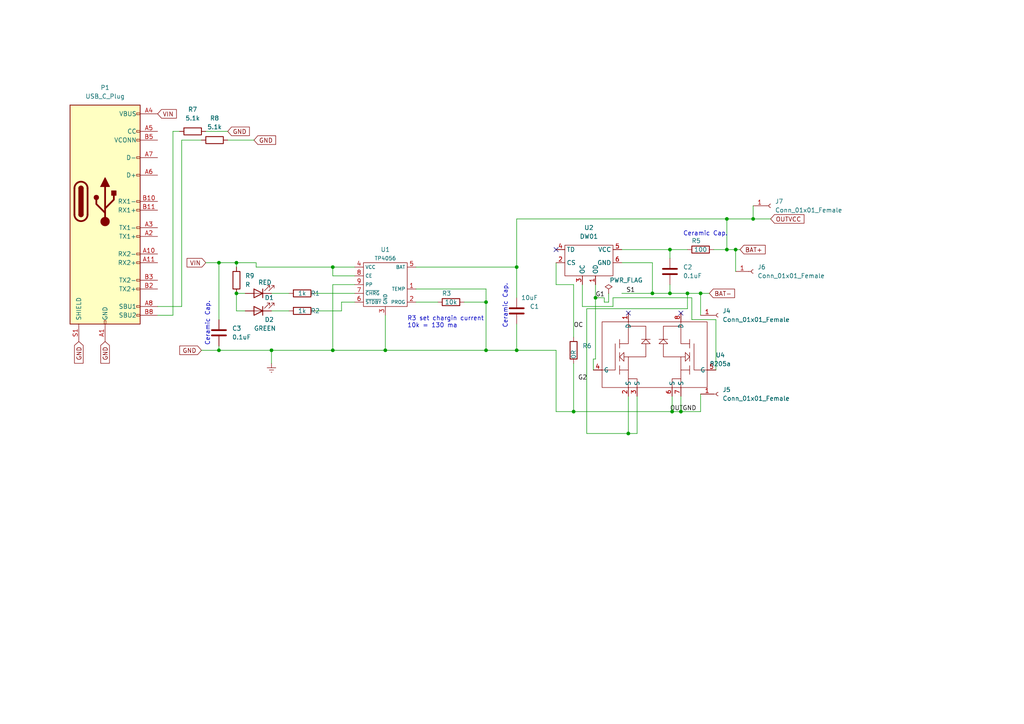
<source format=kicad_sch>
(kicad_sch (version 20211123) (generator eeschema)
  (paper "A4")
  (lib_symbols
    (symbol "8205a:8205a"
      (property "Reference" "U" (at 0 -2.54 0))
      (property "Value" "8205a" (at 0 -6.35 0))
      (symbol "8205a_0_1"
        (rectangle (start -15.24 10.16) (end 15.24 -8.89))
        (rectangle (start -10.16 -2.54) (end -10.16 -5.08))
        (rectangle (start -10.16 1.27) (end -10.16 -1.27))
        (rectangle (start -10.16 5.08) (end -10.16 2.54))
        (polyline (pts (xy -10.16 -3.81) (xy -7.62 -3.81)))
        (polyline (pts (xy -3.81 5.08) (xy -1.27 5.08)))
        (polyline (pts (xy 3.81 5.08) (xy 1.27 5.08)))
        (polyline (pts (xy 10.16 -3.81) (xy 7.62 -3.81)))
        (polyline (pts (xy -11.43 3.81) (xy -11.43 -3.81) (xy -15.24 -3.81)))
        (polyline (pts (xy -10.16 3.81) (xy -7.62 3.81) (xy -7.62 10.16)))
        (polyline (pts (xy -8.89 0) (xy -7.62 0) (xy -7.62 -8.89)))
        (polyline (pts (xy -7.62 8.89) (xy -2.54 8.89) (xy -2.54 5.08)))
        (polyline (pts (xy -5.08 -8.89) (xy -5.08 -6.35) (xy -7.62 -6.35)))
        (polyline (pts (xy 5.08 -8.89) (xy 5.08 -6.35) (xy 7.62 -6.35)))
        (polyline (pts (xy 7.62 8.89) (xy 2.54 8.89) (xy 2.54 5.08)))
        (polyline (pts (xy 8.89 0) (xy 7.62 0) (xy 7.62 -8.89)))
        (polyline (pts (xy 10.16 3.81) (xy 7.62 3.81) (xy 7.62 10.16)))
        (polyline (pts (xy 11.43 3.81) (xy 11.43 -3.81) (xy 15.24 -3.81)))
        (polyline (pts (xy -10.16 0) (xy -8.89 1.27) (xy -8.89 -1.27) (xy -10.16 0)))
        (polyline (pts (xy 10.16 0) (xy 8.89 1.27) (xy 8.89 -1.27) (xy 10.16 0)))
        (polyline (pts (xy -7.62 0) (xy -2.54 0) (xy -2.54 3.81) (xy -3.81 3.81) (xy -2.54 5.08) (xy -1.27 3.81) (xy -2.54 3.81)))
        (polyline (pts (xy 7.62 0) (xy 2.54 0) (xy 2.54 3.81) (xy 3.81 3.81) (xy 2.54 5.08) (xy 1.27 3.81) (xy 2.54 3.81)))
        (rectangle (start 10.16 -5.08) (end 10.16 -2.54))
        (rectangle (start 10.16 -1.27) (end 10.16 1.27))
        (rectangle (start 10.16 2.54) (end 10.16 5.08))
      )
      (symbol "8205a_1_1"
        (pin input line (at -7.62 12.7 270) (length 2.54) (name "D") (number "1"))
        (pin input line (at -7.62 -11.43 90) (length 2.54) (name "S") (number "2"))
        (pin input line (at -5.08 -11.43 90) (length 2.54) (name "S") (number "3"))
        (pin input line (at -17.78 -3.81 0) (length 2.54) (name "G") (number "4"))
        (pin input line (at 17.78 -3.81 180) (length 2.54) (name "G") (number "5"))
        (pin input line (at 5.08 -11.43 90) (length 2.54) (name "S") (number "6"))
        (pin input line (at 7.62 -11.43 90) (length 2.54) (name "S") (number "7"))
        (pin input line (at 7.62 12.7 270) (length 2.54) (name "D") (number "8"))
      )
    )
    (symbol "Connector:Conn_01x01_Female" (pin_names (offset 1.016) hide)
      (property "Reference" "J" (at 0 2.54 0))
      (property "Value" "Conn_01x01_Female" (at 0 -2.54 0))
      (symbol "Conn_01x01_Female_1_1"
        (polyline (pts (xy -1.27 0) (xy -0.508 0)) (stroke (width 0.1524)))
        (arc (start 0 0.508) (mid -0.508 0) (end 0 -0.508) (stroke (width 0.1524)))
        (pin passive line (at -5.08 0 0) (length 3.81) (name "Pin_1") (number "1"))
      )
    )
    (symbol "Connector:USB_C_Plug" (pin_names (offset 1.016))
      (property "Reference" "P" (at -10.16 29.21 0))
      (property "Value" "USB_C_Plug" (at 10.16 29.21 0))
      (symbol "USB_C_Plug_0_0"
        (rectangle (start -0.254 -35.56) (end 0.254 -34.544))
        (rectangle (start 10.16 -32.766) (end 9.144 -33.274))
        (rectangle (start 10.16 -30.226) (end 9.144 -30.734))
        (rectangle (start 10.16 -25.146) (end 9.144 -25.654))
        (rectangle (start 10.16 -22.606) (end 9.144 -23.114))
        (rectangle (start 10.16 -17.526) (end 9.144 -18.034))
        (rectangle (start 10.16 -14.986) (end 9.144 -15.494))
        (rectangle (start 10.16 -9.906) (end 9.144 -10.414))
        (rectangle (start 10.16 -7.366) (end 9.144 -7.874))
        (rectangle (start 10.16 -2.286) (end 9.144 -2.794))
        (rectangle (start 10.16 0.254) (end 9.144 -0.254))
        (rectangle (start 10.16 7.874) (end 9.144 7.366))
        (rectangle (start 10.16 12.954) (end 9.144 12.446))
        (rectangle (start 10.16 18.034) (end 9.144 17.526))
        (rectangle (start 10.16 20.574) (end 9.144 20.066))
        (rectangle (start 10.16 25.654) (end 9.144 25.146))
      )
      (symbol "USB_C_Plug_0_1"
        (rectangle (start -10.16 27.94) (end 10.16 -35.56) (stroke (width 0.254)) (fill (type background)))
        (arc (start -8.89 -3.81) (mid -6.985 -5.715) (end -5.08 -3.81) (stroke (width 0.508)))
        (arc (start -7.62 -3.81) (mid -6.985 -4.445) (end -6.35 -3.81) (stroke (width 0.254)))
        (arc (start -7.62 -3.81) (mid -6.985 -4.445) (end -6.35 -3.81) (stroke (width 0.254)) (fill (type outline)))
        (rectangle (start -7.62 -3.81) (end -6.35 3.81) (stroke (width 0.254)) (fill (type outline)))
        (arc (start -6.35 3.81) (mid -6.985 4.445) (end -7.62 3.81) (stroke (width 0.254)))
        (arc (start -6.35 3.81) (mid -6.985 4.445) (end -7.62 3.81) (stroke (width 0.254)) (fill (type outline)))
        (arc (start -5.08 3.81) (mid -6.985 5.715) (end -8.89 3.81) (stroke (width 0.508)))
        (polyline (pts (xy -8.89 -3.81) (xy -8.89 3.81)) (stroke (width 0.508)))
        (polyline (pts (xy -5.08 3.81) (xy -5.08 -3.81)) (stroke (width 0.508)))
      )
      (symbol "USB_C_Plug_1_1"
        (circle (center -2.54 1.143) (radius 0.635) (stroke (width 0.254)) (fill (type outline)))
        (circle (center 0 -5.842) (radius 1.27) (fill (type outline)))
        (polyline (pts (xy 0 -5.842) (xy 0 4.318)) (stroke (width 0.508)))
        (polyline (pts (xy 0 -3.302) (xy -2.54 -0.762) (xy -2.54 0.508)) (stroke (width 0.508)))
        (polyline (pts (xy 0 -2.032) (xy 2.54 0.508) (xy 2.54 1.778)) (stroke (width 0.508)))
        (polyline (pts (xy -1.27 4.318) (xy 0 6.858) (xy 1.27 4.318) (xy -1.27 4.318)) (stroke (width 0.254)) (fill (type outline)))
        (rectangle (start 1.905 1.778) (end 3.175 3.048) (stroke (width 0.254)) (fill (type outline)))
        (pin passive line (at 0 -40.64 90) (length 5.08) (name "GND") (number "A1"))
        (pin bidirectional line (at 15.24 -15.24 180) (length 5.08) (name "RX2-") (number "A10"))
        (pin bidirectional line (at 15.24 -17.78 180) (length 5.08) (name "RX2+") (number "A11"))
        (pin passive line (at 0 -40.64 90) (length 5.08) hide (name "GND") (number "A12"))
        (pin bidirectional line (at 15.24 -10.16 180) (length 5.08) (name "TX1+") (number "A2"))
        (pin bidirectional line (at 15.24 -7.62 180) (length 5.08) (name "TX1-") (number "A3"))
        (pin passive line (at 15.24 25.4 180) (length 5.08) (name "VBUS") (number "A4"))
        (pin bidirectional line (at 15.24 20.32 180) (length 5.08) (name "CC") (number "A5"))
        (pin bidirectional line (at 15.24 7.62 180) (length 5.08) (name "D+") (number "A6"))
        (pin bidirectional line (at 15.24 12.7 180) (length 5.08) (name "D-") (number "A7"))
        (pin bidirectional line (at 15.24 -30.48 180) (length 5.08) (name "SBU1") (number "A8"))
        (pin passive line (at 15.24 25.4 180) (length 5.08) hide (name "VBUS") (number "A9"))
        (pin passive line (at 0 -40.64 90) (length 5.08) hide (name "GND") (number "B1"))
        (pin bidirectional line (at 15.24 0 180) (length 5.08) (name "RX1-") (number "B10"))
        (pin bidirectional line (at 15.24 -2.54 180) (length 5.08) (name "RX1+") (number "B11"))
        (pin passive line (at 0 -40.64 90) (length 5.08) hide (name "GND") (number "B12"))
        (pin bidirectional line (at 15.24 -25.4 180) (length 5.08) (name "TX2+") (number "B2"))
        (pin bidirectional line (at 15.24 -22.86 180) (length 5.08) (name "TX2-") (number "B3"))
        (pin passive line (at 15.24 25.4 180) (length 5.08) hide (name "VBUS") (number "B4"))
        (pin bidirectional line (at 15.24 17.78 180) (length 5.08) (name "VCONN") (number "B5"))
        (pin bidirectional line (at 15.24 -33.02 180) (length 5.08) (name "SBU2") (number "B8"))
        (pin passive line (at 15.24 25.4 180) (length 5.08) hide (name "VBUS") (number "B9"))
        (pin passive line (at -7.62 -40.64 90) (length 5.08) (name "SHIELD") (number "S1"))
      )
    )
    (symbol "Device:C" (pin_numbers hide) (pin_names (offset 0.254))
      (property "Reference" "C" (at 0.635 2.54 0))
      (property "Value" "C" (at 0.635 -2.54 0))
      (symbol "C_0_1"
        (polyline (pts (xy -2.032 -0.762) (xy 2.032 -0.762)) (stroke (width 0.508)))
        (polyline (pts (xy -2.032 0.762) (xy 2.032 0.762)) (stroke (width 0.508)))
      )
      (symbol "C_1_1"
        (pin passive line (at 0 3.81 270) (length 2.794) (name "~") (number "1"))
        (pin passive line (at 0 -3.81 90) (length 2.794) (name "~") (number "2"))
      )
    )
    (symbol "Device:LED" (pin_numbers hide) (pin_names (offset 1.016) hide)
      (property "Reference" "D" (at 0 2.54 0))
      (property "Value" "LED" (at 0 -2.54 0))
      (symbol "LED_0_1"
        (polyline (pts (xy -1.27 -1.27) (xy -1.27 1.27)) (stroke (width 0.254)))
        (polyline (pts (xy -1.27 0) (xy 1.27 0)))
        (polyline (pts (xy 1.27 -1.27) (xy 1.27 1.27) (xy -1.27 0) (xy 1.27 -1.27)) (stroke (width 0.254)))
        (polyline (pts (xy -3.048 -0.762) (xy -4.572 -2.286) (xy -3.81 -2.286) (xy -4.572 -2.286) (xy -4.572 -1.524)))
        (polyline (pts (xy -1.778 -0.762) (xy -3.302 -2.286) (xy -2.54 -2.286) (xy -3.302 -2.286) (xy -3.302 -1.524)))
      )
      (symbol "LED_1_1"
        (pin passive line (at -3.81 0 0) (length 2.54) (name "K") (number "1"))
        (pin passive line (at 3.81 0 180) (length 2.54) (name "A") (number "2"))
      )
    )
    (symbol "Device:R" (pin_numbers hide) (pin_names (offset 0))
      (property "Reference" "R" (at 2.032 0 90))
      (property "Value" "R" (at 0 0 90))
      (symbol "R_0_1"
        (rectangle (start -1.016 -2.54) (end 1.016 2.54) (stroke (width 0.254)))
      )
      (symbol "R_1_1"
        (pin passive line (at 0 3.81 270) (length 1.27) (name "~") (number "1"))
        (pin passive line (at 0 -3.81 90) (length 1.27) (name "~") (number "2"))
      )
    )
    (symbol "dw01:DW01"
      (property "Reference" "U" (at 1.27 10.16 0))
      (property "Value" "DW01" (at 11.43 10.16 0))
      (symbol "DW01_0_1"
        (rectangle (start 0 8.89) (end 13.97 0))
      )
      (symbol "DW01_1_1"
        (pin input line (at 8.89 -2.54 90) (length 2.54) (name "OD") (number "1"))
        (pin input line (at -2.54 3.81 0) (length 2.54) (name "CS") (number "2"))
        (pin input line (at 5.08 -2.54 90) (length 2.54) (name "OC") (number "3"))
        (pin input line (at -2.54 7.62 0) (length 2.54) (name "TD") (number "4"))
        (pin input line (at 16.51 7.62 180) (length 2.54) (name "VCC") (number "5"))
        (pin input line (at 16.51 3.81 180) (length 2.54) (name "GND") (number "6"))
      )
    )
    (symbol "power:Earth" (power) (pin_names (offset 0))
      (symbol "Earth_0_1"
        (polyline (pts (xy -0.635 -1.905) (xy 0.635 -1.905)))
        (polyline (pts (xy -0.127 -2.54) (xy 0.127 -2.54)))
        (polyline (pts (xy 0 -1.27) (xy 0 0)))
        (polyline (pts (xy 1.27 -1.27) (xy -1.27 -1.27)))
      )
      (symbol "Earth_1_1"
        (pin power_in line (at 0 0 270) (length 0) hide (name "Earth") (number "1"))
      )
    )
    (symbol "power:PWR_FLAG" (power) (pin_numbers hide) (pin_names (offset 0) hide)
      (property "Value" "PWR_FLAG" (at 0 3.81 0))
      (symbol "PWR_FLAG_0_0"
        (pin power_out line (at 0 0 90) (length 0) (name "pwr") (number "1"))
      )
      (symbol "PWR_FLAG_0_1"
        (polyline (pts (xy 0 0) (xy 0 1.27) (xy -1.016 1.905) (xy 0 2.54) (xy 1.016 1.905) (xy 0 1.27)))
      )
    )
    (symbol "tp4056:TP4056"
      (property "Reference" "U" (at 1.27 13.97 0))
      (property "Value" "TP4056" (at 8.89 13.97 0))
      (symbol "TP4056_0_1"
        (rectangle (start 0 12.7) (end 12.7 0))
      )
      (symbol "TP4056_1_1"
        (pin input line (at 15.24 5.08 180) (length 2.54) (name "TEMP") (number "1"))
        (pin input line (at 15.24 1.27 180) (length 2.54) (name "PROG") (number "2"))
        (pin input line (at 6.35 -2.54 90) (length 2.54) (name "GND") (number "3"))
        (pin input line (at -2.54 11.43 0) (length 2.54) (name "VCC") (number "4"))
        (pin input line (at 15.24 11.43 180) (length 2.54) (name "BAT") (number "5"))
        (pin input line (at -2.54 1.27 0) (length 2.54) (name "~{STDBY}") (number "6"))
        (pin input line (at -2.54 3.81 0) (length 2.54) (name "~{CHRG}") (number "7"))
        (pin input line (at -2.54 8.89 0) (length 2.54) (name "CE") (number "8"))
        (pin input line (at -2.54 6.35 0) (length 2.54) (name "PP") (number "9"))
      )
    )
  )
  (junction (at 68.58 85.09))
  (junction (at 203.2 85.09))
  (junction (at 189.23 85.09))
  (junction (at 172.72 86.36))
  (junction (at 166.37 119.38))
  (junction (at 140.97 101.6))
  (junction (at 213.36 72.39))
  (junction (at 96.52 101.6))
  (junction (at 149.86 101.6))
  (junction (at 194.945 119.38))
  (junction (at 197.485 119.38))
  (junction (at 149.86 77.47))
  (junction (at 78.74 101.6))
  (junction (at 96.52 77.47))
  (junction (at 194.31 85.09))
  (junction (at 63.5 76.2))
  (junction (at 199.39 85.09))
  (junction (at 218.44 63.5))
  (junction (at 140.97 87.63))
  (junction (at 111.76 101.6))
  (junction (at 210.82 72.39))
  (junction (at 68.58 76.2))
  (junction (at 194.31 72.39))
  (junction (at 210.82 63.5))
  (junction (at 182.245 125.73))
  (junction (at 63.5 101.6))
  (no_connect (at 197.485 90.805))
  (no_connect (at 182.245 90.805))
  (no_connect (at 161.29 72.39))
  (wire (pts (xy 50.165 91.44) (xy 45.72 91.44)))
  (wire (pts (xy 111.76 101.6) (xy 140.97 101.6)))
  (wire (pts (xy 149.86 101.6) (xy 161.29 101.6)))
  (wire (pts (xy 172.72 104.14) (xy 172.085 104.14)))
  (wire (pts (xy 189.23 76.2) (xy 189.23 85.09)))
  (wire (pts (xy 91.44 85.09) (xy 102.87 85.09)))
  (wire (pts (xy 194.31 72.39) (xy 199.39 72.39)))
  (wire (pts (xy 63.5 101.6) (xy 78.74 101.6)))
  (wire (pts (xy 96.52 77.47) (xy 102.87 77.47)))
  (wire (pts (xy 177.8 86.36) (xy 177.8 88.9)))
  (wire (pts (xy 149.86 77.47) (xy 149.86 86.36)))
  (wire (pts (xy 68.58 76.2) (xy 68.58 77.47)))
  (wire (pts (xy 149.86 63.5) (xy 210.82 63.5)))
  (wire (pts (xy 78.74 85.09) (xy 83.82 85.09)))
  (wire (pts (xy 197.485 119.38) (xy 203.2 119.38)))
  (wire (pts (xy 78.74 101.6) (xy 78.74 105.41)))
  (wire (pts (xy 140.97 83.82) (xy 140.97 87.63)))
  (wire (pts (xy 96.52 80.01) (xy 102.87 80.01)))
  (wire (pts (xy 203.2 85.09) (xy 203.2 91.44)))
  (wire (pts (xy 96.52 77.47) (xy 96.52 80.01)))
  (wire (pts (xy 194.945 119.38) (xy 197.485 119.38)))
  (wire (pts (xy 140.97 87.63) (xy 140.97 101.6)))
  (wire (pts (xy 71.12 90.17) (xy 68.58 90.17)))
  (wire (pts (xy 194.945 114.935) (xy 194.945 119.38)))
  (wire (pts (xy 166.37 105.41) (xy 166.37 119.38)))
  (wire (pts (xy 172.085 104.14) (xy 172.085 107.315)))
  (wire (pts (xy 210.82 63.5) (xy 210.82 72.39)))
  (wire (pts (xy 66.04 40.64) (xy 73.66 40.64)))
  (wire (pts (xy 58.42 101.6) (xy 63.5 101.6)))
  (wire (pts (xy 189.23 85.09) (xy 194.31 85.09)))
  (wire (pts (xy 172.72 86.36) (xy 175.26 86.36)))
  (wire (pts (xy 197.485 114.935) (xy 197.485 119.38)))
  (wire (pts (xy 68.58 85.09) (xy 71.12 85.09)))
  (wire (pts (xy 180.34 72.39) (xy 194.31 72.39)))
  (wire (pts (xy 166.37 119.38) (xy 194.945 119.38)))
  (wire (pts (xy 199.39 85.09) (xy 203.2 85.09)))
  (wire (pts (xy 210.82 72.39) (xy 213.36 72.39)))
  (wire (pts (xy 172.72 82.55) (xy 172.72 86.36)))
  (wire (pts (xy 99.06 87.63) (xy 99.06 90.17)))
  (wire (pts (xy 166.37 82.55) (xy 161.29 82.55)))
  (wire (pts (xy 74.295 77.47) (xy 96.52 77.47)))
  (wire (pts (xy 102.87 82.55) (xy 96.52 82.55)))
  (wire (pts (xy 63.5 100.33) (xy 63.5 101.6)))
  (wire (pts (xy 218.44 59.69) (xy 218.44 63.5)))
  (wire (pts (xy 78.74 90.17) (xy 83.82 90.17)))
  (wire (pts (xy 140.97 101.6) (xy 149.86 101.6)))
  (wire (pts (xy 210.82 63.5) (xy 218.44 63.5)))
  (wire (pts (xy 213.36 72.39) (xy 214.63 72.39)))
  (wire (pts (xy 96.52 82.55) (xy 96.52 101.6)))
  (wire (pts (xy 177.8 86.36) (xy 200.66 86.36)))
  (wire (pts (xy 58.42 40.64) (xy 52.705 40.64)))
  (wire (pts (xy 161.29 76.2) (xy 161.29 82.55)))
  (wire (pts (xy 161.29 101.6) (xy 161.29 119.38)))
  (wire (pts (xy 149.86 63.5) (xy 149.86 77.47)))
  (wire (pts (xy 63.5 76.2) (xy 68.58 76.2)))
  (wire (pts (xy 99.06 90.17) (xy 91.44 90.17)))
  (wire (pts (xy 172.72 86.36) (xy 172.72 104.14)))
  (wire (pts (xy 194.31 82.55) (xy 194.31 85.09)))
  (wire (pts (xy 199.39 85.09) (xy 199.39 89.535)))
  (wire (pts (xy 96.52 101.6) (xy 111.76 101.6)))
  (wire (pts (xy 203.2 114.3) (xy 203.2 119.38)))
  (wire (pts (xy 45.72 88.9) (xy 52.705 88.9)))
  (wire (pts (xy 134.62 87.63) (xy 140.97 87.63)))
  (wire (pts (xy 68.58 90.17) (xy 68.58 85.09)))
  (wire (pts (xy 102.87 87.63) (xy 99.06 87.63)))
  (wire (pts (xy 74.295 76.2) (xy 74.295 77.47)))
  (wire (pts (xy 207.01 72.39) (xy 210.82 72.39)))
  (wire (pts (xy 120.65 83.82) (xy 140.97 83.82)))
  (wire (pts (xy 50.165 38.1) (xy 50.165 91.44)))
  (wire (pts (xy 182.245 125.73) (xy 170.18 125.73)))
  (wire (pts (xy 63.5 76.2) (xy 63.5 92.71)))
  (wire (pts (xy 203.2 85.09) (xy 205.74 85.09)))
  (wire (pts (xy 184.785 125.73) (xy 182.245 125.73)))
  (wire (pts (xy 170.18 125.73) (xy 170.18 89.535)))
  (wire (pts (xy 200.66 92.71) (xy 207.645 92.71)))
  (wire (pts (xy 180.34 76.2) (xy 189.23 76.2)))
  (wire (pts (xy 182.245 114.935) (xy 182.245 125.73)))
  (wire (pts (xy 194.31 72.39) (xy 194.31 74.93)))
  (wire (pts (xy 161.29 119.38) (xy 166.37 119.38)))
  (wire (pts (xy 200.66 86.36) (xy 200.66 92.71)))
  (wire (pts (xy 218.44 63.5) (xy 223.52 63.5)))
  (wire (pts (xy 180.34 85.09) (xy 189.23 85.09)))
  (wire (pts (xy 78.74 101.6) (xy 96.52 101.6)))
  (wire (pts (xy 120.65 87.63) (xy 127 87.63)))
  (wire (pts (xy 176.53 85.09) (xy 176.53 87.63)))
  (wire (pts (xy 166.37 82.55) (xy 166.37 97.79)))
  (wire (pts (xy 168.91 82.55) (xy 168.91 88.9)))
  (wire (pts (xy 176.53 87.63) (xy 175.26 87.63)))
  (wire (pts (xy 175.26 86.36) (xy 175.26 87.63)))
  (wire (pts (xy 170.18 89.535) (xy 199.39 89.535)))
  (wire (pts (xy 52.705 40.64) (xy 52.705 88.9)))
  (wire (pts (xy 194.31 85.09) (xy 199.39 85.09)))
  (wire (pts (xy 68.58 76.2) (xy 74.295 76.2)))
  (wire (pts (xy 59.69 38.1) (xy 66.04 38.1)))
  (wire (pts (xy 207.645 92.71) (xy 207.645 107.315)))
  (wire (pts (xy 177.8 88.9) (xy 168.91 88.9)))
  (wire (pts (xy 149.86 93.98) (xy 149.86 101.6)))
  (wire (pts (xy 59.69 76.2) (xy 63.5 76.2)))
  (wire (pts (xy 111.76 91.44) (xy 111.76 101.6)))
  (wire (pts (xy 52.07 38.1) (xy 50.165 38.1)))
  (wire (pts (xy 120.65 77.47) (xy 149.86 77.47)))
  (wire (pts (xy 213.36 72.39) (xy 213.36 78.74)))
  (wire (pts (xy 184.785 114.935) (xy 184.785 125.73)))
  (text "Ceramic Cap." (at 60.96 100.33 90) (effects (font (size 1.27 1.27)) (justify left bottom)))
  (text "Ceramic Cap." (at 147.32 95.25 90) (effects (font (size 1.27 1.27)) (justify left bottom)))
  (text "R3 set chargin current\n10k = 130 ma" (at 118.11 95.25 0) (effects (font (size 1.27 1.27)) (justify left bottom)))
  (text "Ceramic Cap." (at 198.12 68.58 0) (effects (font (size 1.27 1.27)) (justify left bottom)))
  (label "OUTGND" (at 194.31 119.38 0))
  (label "G1" (at 172.72 86.36 0))
  (label "OC" (at 166.37 95.25 0))
  (label "G2" (at 167.64 110.49 0))
  (label "S1" (at 181.61 85.09 0))
  (global_label "VIN" (shape input) (at 59.69 76.2 180) (property "Intersheet References" "${INTERSHEET_REFS}" (effects hide)))
  (global_label "GND" (shape input) (at 73.66 40.64 0) (property "Intersheet References" "${INTERSHEET_REFS}" (effects hide)))
  (global_label "VIN" (shape input) (at 45.72 33.02 0) (property "Intersheet References" "${INTERSHEET_REFS}" (effects hide)))
  (global_label "GND" (shape input) (at 58.42 101.6 180) (property "Intersheet References" "${INTERSHEET_REFS}" (effects hide)))
  (global_label "OUTVCC" (shape input) (at 223.52 63.5 0) (property "Intersheet References" "${INTERSHEET_REFS}" (effects hide)))
  (global_label "BAT+" (shape input) (at 214.63 72.39 0) (property "Intersheet References" "${INTERSHEET_REFS}" (effects hide)))
  (global_label "GND" (shape input) (at 66.04 38.1 0) (property "Intersheet References" "${INTERSHEET_REFS}" (effects hide)))
  (global_label "GND" (shape input) (at 30.48 99.06 270) (property "Intersheet References" "${INTERSHEET_REFS}" (effects hide)))
  (global_label "GND" (shape input) (at 22.86 99.06 270) (property "Intersheet References" "${INTERSHEET_REFS}" (effects hide)))
  (global_label "BAT-" (shape input) (at 205.74 85.09 0) (property "Intersheet References" "${INTERSHEET_REFS}" (effects hide)))
  (symbol (lib_id "Device:R") (at 62.23 40.64 90) (unit 1)
    (property "Reference" "R8" (at 62.23 34.29 90))
    (property "Value" "5.1k" (at 62.23 36.83 90))
    (property "Footprint" "Resistor_SMD:R_0603_1608Metric_Pad0.98x0.95mm_HandSolder" (effects hide))
  )
  (symbol (lib_id "Device:C") (at 149.86 90.17 0) (unit 1)
    (property "Reference" "C1" (at 153.67 88.8999 0) (effects (justify left)))
    (property "Value" "10uF" (at 151.13 86.36 0) (effects (justify left)))
    (property "Footprint" "Capacitor_SMD:C_0805_2012Metric_Pad1.18x1.45mm_HandSolder" (effects hide))
  )
  (symbol (lib_id "Connector:USB_C_Plug") (at 30.48 58.42 0) (unit 1)
    (property "Reference" "P1" (at 30.48 25.4 0))
    (property "Value" "USB_C_Plug" (at 30.48 27.94 0))
    (property "Footprint" "usb_custom:USB_C_Receptacle_JAE_DX07S016JA1R1500" (effects hide))
    (property "Datasheet" "https://www.usb.org/sites/default/files/documents/usb_type-c.zip" (effects hide))
  )
  (symbol (lib_id "Device:R") (at 55.88 38.1 90) (unit 1)
    (property "Reference" "R7" (at 55.88 31.75 90))
    (property "Value" "5.1k" (at 55.88 34.29 90))
    (property "Footprint" "Resistor_SMD:R_0603_1608Metric_Pad0.98x0.95mm_HandSolder" (effects hide))
  )
  (symbol (lib_id "power:Earth") (at 78.74 105.41 0) (unit 1)
    (property "Reference" "#PWR01" (effects hide))
    (property "Value" "Earth" (effects hide))
  )
  (symbol (lib_id "Device:LED") (at 74.93 85.09 180) (unit 1)
    (property "Reference" "D1" (at 78.105 86.36 0))
    (property "Value" "RED" (at 76.835 81.915 0))
    (property "Footprint" "LED_SMD:LED_0805_2012Metric_Pad1.15x1.40mm_HandSolder" (effects hide))
  )
  (symbol (lib_id "Device:R") (at 87.63 85.09 90) (unit 1)
    (property "Reference" "R1" (at 91.44 85.09 90))
    (property "Value" "1k" (at 87.63 85.09 90))
    (property "Footprint" "Resistor_SMD:R_0402_1005Metric_Pad0.72x0.64mm_HandSolder" (effects hide))
  )
  (symbol (lib_id "tp4056:TP4056") (at 105.41 88.9 0) (unit 1)
    (property "Reference" "U1" (at 111.76 72.39 0))
    (property "Value" "TP4056" (at 111.76 74.93 0) (effects (font (size 1.1 1.1))))
    (property "Footprint" "Package_SO:SOIC-8-1EP_3.9x4.9mm_P1.27mm_EP2.29x3mm" (effects hide))
  )
  (symbol (lib_id "power:PWR_FLAG") (at 176.53 85.09 0) (unit 1)
    (property "Reference" "#FLG01" (effects hide))
    (property "Value" "PWR_FLAG" (at 181.61 81.28 0))
  )
  (symbol (lib_id "dw01:DW01") (at 163.83 80.01 0) (unit 1)
    (property "Reference" "U2" (at 170.815 66.04 0))
    (property "Value" "DW01" (at 170.815 68.58 0))
    (property "Footprint" "Package_TO_SOT_SMD:SOT-23-6_Handsoldering" (effects hide))
  )
  (symbol (lib_id "Device:C") (at 194.31 78.74 0) (unit 1)
    (property "Reference" "C2" (at 198.12 77.4699 0) (effects (justify left)))
    (property "Value" "0.1uF" (at 198.12 80.0099 0) (effects (justify left)))
    (property "Footprint" "Capacitor_SMD:C_0402_1005Metric_Pad0.74x0.62mm_HandSolder" (effects hide))
  )
  (symbol (lib_id "Device:C") (at 63.5 96.52 0) (unit 1)
    (property "Reference" "C3" (at 67.31 95.2499 0) (effects (justify left)))
    (property "Value" "0.1uF" (at 67.31 97.7899 0) (effects (justify left)))
    (property "Footprint" "Capacitor_SMD:C_0402_1005Metric_Pad0.74x0.62mm_HandSolder" (effects hide))
  )
  (symbol (lib_id "Device:LED") (at 74.93 90.17 180) (unit 1)
    (property "Reference" "D2" (at 78.105 92.71 0))
    (property "Value" "GREEN" (at 76.835 95.25 0))
    (property "Footprint" "LED_SMD:LED_0805_2012Metric_Pad1.15x1.40mm_HandSolder" (effects hide))
  )
  (symbol (lib_id "Device:R") (at 130.81 87.63 90) (unit 1)
    (property "Reference" "R3" (at 129.54 85.09 90))
    (property "Value" "10k" (at 130.81 87.63 90))
    (property "Footprint" "Resistor_SMD:R_0603_1608Metric_Pad0.98x0.95mm_HandSolder" (effects hide))
  )
  (symbol (lib_id "Connector:Conn_01x01_Female") (at 218.44 78.74 0) (unit 1)
    (property "Reference" "J6" (at 219.71 77.4699 0) (effects (justify left)))
    (property "Value" "Conn_01x01_Female" (at 219.71 80.0099 0) (effects (justify left)))
    (property "Footprint" "custom_connectors:1mm_test_point_square" (effects hide))
  )
  (symbol (lib_id "Device:R") (at 203.2 72.39 270) (unit 1)
    (property "Reference" "R5" (at 201.93 69.85 90))
    (property "Value" "100" (at 203.2 72.39 90))
    (property "Footprint" "Resistor_SMD:R_0402_1005Metric_Pad0.72x0.64mm_HandSolder" (effects hide))
  )
  (symbol (lib_id "Connector:Conn_01x01_Female") (at 208.28 91.44 0) (unit 1)
    (property "Reference" "J4" (at 209.55 90.1699 0) (effects (justify left)))
    (property "Value" "Conn_01x01_Female" (at 209.55 92.7099 0) (effects (justify left)))
    (property "Footprint" "custom_connectors:1mm_test_point_square" (effects hide))
  )
  (symbol (lib_id "Connector:Conn_01x01_Female") (at 223.52 59.69 0) (unit 1)
    (property "Reference" "J7" (at 224.79 58.4199 0) (effects (justify left)))
    (property "Value" "Conn_01x01_Female" (at 224.79 60.9599 0) (effects (justify left)))
    (property "Footprint" "custom_connectors:1mm_test_point_square" (effects hide))
  )
  (symbol (lib_id "Device:R") (at 87.63 90.17 90) (unit 1)
    (property "Reference" "R2" (at 91.44 90.17 90))
    (property "Value" "1k" (at 87.63 90.17 90))
    (property "Footprint" "Resistor_SMD:R_0402_1005Metric_Pad0.72x0.64mm_HandSolder" (effects hide))
  )
  (symbol (lib_id "8205a:8205a") (at 189.865 103.505 0) (unit 1)
    (property "Reference" "U4" (at 208.915 102.9843 0))
    (property "Value" "8205a" (at 208.915 105.5243 0))
    (property "Footprint" "custom_connectors:SOT-23-8_Handsoldering_long" (effects hide))
  )
  (symbol (lib_id "Device:R") (at 68.58 81.28 0) (unit 1)
    (property "Reference" "R9" (at 71.12 80.0099 0) (effects (justify left)))
    (property "Value" "R" (at 71.12 82.5499 0) (effects (justify left)))
    (property "Footprint" "Resistor_SMD:R_0402_1005Metric_Pad0.72x0.64mm_HandSolder" (effects hide))
  )
  (symbol (lib_id "Device:R") (at 166.37 101.6 0) (unit 1)
    (property "Reference" "R6" (at 168.91 100.3299 0) (effects (justify left)))
    (property "Value" "0R" (at 166.37 104.14 90) (effects (justify left)))
    (property "Footprint" "Resistor_SMD:R_0402_1005Metric_Pad0.72x0.64mm_HandSolder" (effects hide))
  )
  (symbol (lib_id "Connector:Conn_01x01_Female") (at 208.28 114.3 0) (unit 1)
    (property "Reference" "J5" (at 209.55 113.0299 0) (effects (justify left)))
    (property "Value" "Conn_01x01_Female" (at 209.55 115.5699 0) (effects (justify left)))
    (property "Footprint" "custom_connectors:1mm_test_point_square" (effects hide))
  )
)
</source>
